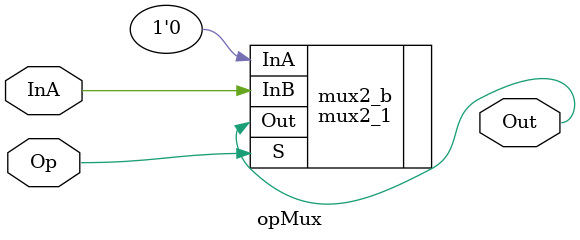
<source format=v>

module opMux (InA, Op, Out);
//module opMux (InA, InB, Op, Out);

  input InA;
  //input InB;
  //input [G-1:0] Op;
  input  Op;
  output Out;

  // wire a;

  // mux2_1 mux2_a (.InA(InB), .InB(InA), .S(Op[1]), .Out(a));
  //mux2_1 mux2_b (.InA(1'b0), .InB(a), .S(Op[0]), .Out(Out));

  mux2_1 mux2_b (.InA(1'b0), .InB(InA), .S(Op), .Out(Out));


endmodule

</source>
